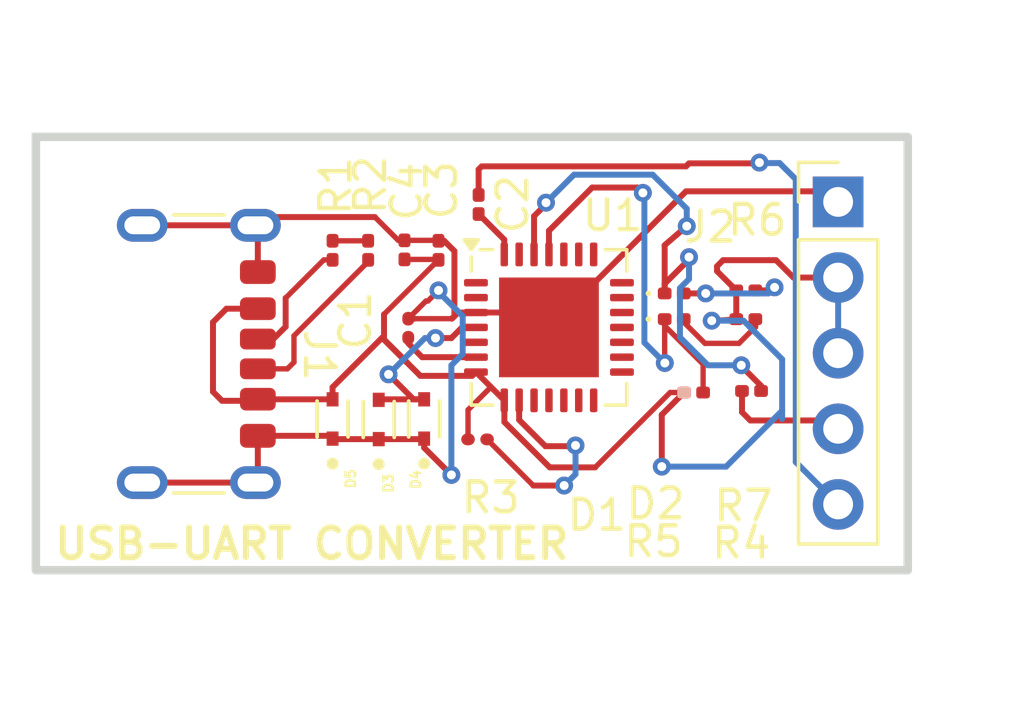
<source format=kicad_pcb>
(kicad_pcb (version 20240108) (generator "pcbnew") (generator_version "8.0")
  (layers (0 "F.Cu" signal) (31 "B.Cu" signal) (34 "B.Paste" user) (35 "F.Paste" user) (36 "B.SilkS" user "B.Silkscreen") (37 "F.SilkS" user "F.Silkscreen") (38 "B.Mask" user) (39 "F.Mask" user) (44 "Edge.Cuts" user))
  (net 0 "")
  (net 1 "Net-(U1-VDD)")
  (net 2 "GND")
  (net 3 "Net-(U1-~{DTR})")
  (net 4 "Net-(J2-Pin_5)")
  (net 5 "/VBUS")
  (net 6 "Net-(D1-A)")
  (net 7 "Net-(D1-K)")
  (net 8 "Net-(D2-A)")
  (net 9 "Net-(D2-K)")
  (net 10 "/D+")
  (net 11 "Net-(J1-CC2)")
  (net 12 "Net-(J1-CC1)")
  (net 13 "Net-(R1-Pad2)")
  (net 14 "Net-(U1-~{RST})")
  (net 15 "Net-(J2-Pin_4)")
  (net 34 "/D-")
  (footprint "Capacitor_SMD:C_0201_0603Metric" (layer "F.Cu") (at 147.1422 86.421 90)
    (property "Reference" "C2" (at 0.0102 1.143 90) (layer "F.SilkS"))
    (property "Value" "100nF")
    (pad "1" smd roundrect (at -0.32 0 90) (size 0.46 0.4) (layers "F.Cu" "F.Mask") (net 3 "Net-(U1-~{DTR})"))
    (pad "2" smd roundrect (at 0.32 0 90) (size 0.46 0.4) (layers "F.Cu" "F.Mask") (net 4 "Net-(J2-Pin_5)"))
  )
  (footprint "Connector_PinHeader_2.54mm:PinHeader_1x05_P2.54mm_Vertical" (layer "F.Cu") (at 159.2072 86.3346)
    (property "Reference" "J2" (at -4.2926 0.8382 0) (layer "F.SilkS"))
    (property "Value" "Conn_01x05_Pin")
    (fp_line (start -1.33 -1.33) (end 0 -1.33) (stroke (width 0.12)) (layer "F.SilkS"))
    (fp_line (start -1.33 0) (end -1.33 -1.33) (stroke (width 0.12)) (layer "F.SilkS"))
    (fp_line (start -1.33 1.27) (end -1.33 11.49) (stroke (width 0.12)) (layer "F.SilkS"))
    (fp_line (start -1.33 1.27) (end 1.33 1.27) (stroke (width 0.12)) (layer "F.SilkS"))
    (fp_line (start -1.33 11.49) (end 1.33 11.49) (stroke (width 0.12)) (layer "F.SilkS"))
    (fp_line (start 1.33 1.27) (end 1.33 11.49) (stroke (width 0.12)) (layer "F.SilkS"))
    (pad "1" thru_hole rect (at 0 0) (size 1.7 1.7) (drill 1) (layers "*.Cu" "*.Mask") (net 2 "GND"))
    (pad "2" thru_hole oval (at 0 2.54) (size 1.7 1.7) (drill 1) (layers "*.Cu" "*.Mask") (net 5 "/VBUS"))
    (pad "3" thru_hole oval (at 0 5.08) (size 1.7 1.7) (drill 1) (layers "*.Cu" "*.Mask") (net 5 "/VBUS"))
    (pad "4" thru_hole oval (at 0 7.62) (size 1.7 1.7) (drill 1) (layers "*.Cu" "*.Mask") (net 15 "Net-(J2-Pin_4)"))
    (pad "5" thru_hole oval (at 0 10.16) (size 1.7 1.7) (drill 1) (layers "*.Cu" "*.Mask") (net 4 "Net-(J2-Pin_5)"))
  )
  (footprint "Resistor_SMD:R_0201_0603Metric" (layer "F.Cu") (at 142.24 87.9602 90)
    (property "Reference" "R1" (at 2.159 0.1016 90) (layer "F.SilkS"))
    (property "Value" "5.1k")
    (pad "1" smd roundrect (at -0.32 0 90) (size 0.46 0.4) (layers "F.Cu" "F.Mask") (net 12 "Net-(J1-CC1)"))
    (pad "2" smd roundrect (at 0.32 0 90) (size 0.46 0.4) (layers "F.Cu" "F.Mask") (net 13 "Net-(R1-Pad2)"))
  )
  (footprint "Resistor_SMD:R_0201_0603Metric" (layer "F.Cu") (at 147.1062 94.3102)
    (property "Reference" "R3" (at 0.4424 1.9558 0) (layer "F.SilkS"))
    (property "Value" "10k")
    (pad "1" smd roundrect (at -0.32 0) (size 0.46 0.4) (layers "F.Cu" "F.Mask") (roundrect_rratio 0.5) (net 5 "/VBUS"))
    (pad "2" smd roundrect (at 0.32 0) (size 0.46 0.4) (layers "F.Cu" "F.Mask") (roundrect_rratio 0.5) (net 14 "Net-(U1-~{RST})"))
  )
  (footprint "Resistor_SMD:R_0201_0603Metric" (layer "F.Cu") (at 154.3558 92.7354)
    (property "Reference" "R5" (at -1.3462 5.0038 0) (layer "F.SilkS"))
    (property "Value" "1K")
    (pad "1" smd roundrect (at -0.32 0) (size 0.46 0.4) (layers "F.Cu" "B.SilkS") (net 5 "/VBUS"))
    (pad "2" smd roundrect (at 0.32 0) (size 0.46 0.4) (layers "F.Cu" "B.Mask") (net 9 "Net-(D2-K)"))
  )
  (footprint "LESD5D5.0CT1G:TVS_LESD5D5.0CT1G" (layer "F.Cu") (at 142.24 93.6244 90)
    (property "Reference" "D5" (at -2.0066 0.6096 90) (layer "F.SilkS") (effects (font (size 0.32 0.32) (thickness 0.08))))
    (property "Value" "LESD5D5.0CT1G")
    (fp_line (start -0.6 -0.52) (end 0.6 -0.52) (stroke (width 0.127)) (layer "F.SilkS"))
    (fp_line (start 0.6 0.52) (end -0.6 0.52) (stroke (width 0.127)) (layer "F.SilkS"))
    (fp_circle (center -1.5 0) (end -1.4 0) (stroke (width 0.2)) (fill none) (layer "F.SilkS"))
    (pad "1" smd rect (at -0.66 0 90) (size 0.48 0.4) (layers "F.Cu" "F.Paste" "F.Mask") (net 2 "GND"))
    (pad "2" smd rect (at 0.66 0 90) (size 0.48 0.4) (layers "F.Cu" "F.Paste" "F.Mask") (net 5 "/VBUS"))
  )
  (footprint "Capacitor_SMD:C_0201_0603Metric" (layer "F.Cu") (at 144.78 90.5764 -90)
    (property "Reference" "C1" (at -0.254 1.778 90) (layer "F.SilkS"))
    (property "Value" "100nF")
    (pad "1" smd roundrect (at -0.32 0 270) (size 0.46 0.4) (layers "F.Cu" "F.Mask") (roundrect_rratio 0.45) (net 2 "GND"))
    (pad "2" smd roundrect (at 0.32 0 270) (size 0.46 0.4) (layers "F.Cu" "F.Mask") (roundrect_rratio 0.45) (net 1 "Net-(U1-VDD)"))
  )
  (footprint "Capacitor_SMD:C_0201_0603Metric" (layer "F.Cu") (at 144.653 87.9454 90)
    (property "Reference" "C4" (at 1.9558 0.0762 90) (layer "F.SilkS"))
    (property "Value" "100nF")
    (pad "1" smd roundrect (at -0.32 0 90) (size 0.46 0.4) (layers "F.Cu" "F.Mask") (net 5 "/VBUS"))
    (pad "2" smd roundrect (at 0.32 0 90) (size 0.46 0.4) (layers "F.Cu" "F.Mask") (net 2 "GND"))
  )
  (footprint "Capacitor_SMD:C_0201_0603Metric" (layer "F.Cu") (at 145.796 87.9602 90)
    (property "Reference" "C3" (at 2.0168 0.1016 90) (layer "F.SilkS"))
    (property "Value" "100nF")
    (pad "1" smd roundrect (at -0.32 0 90) (size 0.46 0.4) (layers "F.Cu" "F.Mask") (net 5 "/VBUS"))
    (pad "2" smd roundrect (at 0.32 0 90) (size 0.46 0.4) (layers "F.Cu" "F.Mask") (net 2 "GND"))
  )
  (footprint "Resistor_SMD:R_0201_0603Metric" (layer "F.Cu") (at 143.4338 87.9602 90)
    (property "Reference" "R2" (at 2.1946 0.0762 90) (layer "F.SilkS"))
    (property "Value" "5.1k")
    (pad "1" smd roundrect (at -0.32 0 90) (size 0.46 0.4) (layers "F.Cu" "F.Mask") (net 11 "Net-(J1-CC2)"))
    (pad "2" smd roundrect (at 0.32 0 90) (size 0.46 0.4) (layers "F.Cu" "F.Mask") (net 13 "Net-(R1-Pad2)"))
  )
  (footprint "Connector_USB:USB_C_Receptacle_GCT_USB4125-xx-x-0190_6P_TopMnt_Horizontal" (layer "F.Cu") (at 136.652 91.44 -90)
    (property "Reference" "J1" (at 0.0508 -5.1562 -90) (layer "F.SilkS"))
    (property "Value" "USB_C_Receptacle_USB2.0_16P")
    (fp_line (start -4.67 -0.25) (end -4.67 -1.95) (stroke (width 0.12)) (layer "F.SilkS"))
    (fp_line (start 4.67 -0.25) (end 4.67 -1.95) (stroke (width 0.12)) (layer "F.SilkS"))
    (pad "A5" smd roundrect (at -0.5 -3.08 270) (size 0.7 1.2) (layers "F.Cu" "F.Paste" "F.Mask") (net 12 "Net-(J1-CC1)"))
    (pad "A9" smd roundrect (at 1.52 -3.08 90) (size 0.76 1.2) (layers "F.Cu" "F.Paste" "F.Mask") (net 5 "/VBUS"))
    (pad "A12" smd roundrect (at 2.75 -3.08 90) (size 0.8 1.2) (layers "F.Cu" "F.Paste" "F.Mask") (net 2 "GND"))
    (pad "B5" smd roundrect (at 0.5 -3.08 90) (size 0.7 1.2) (layers "F.Cu" "F.Paste" "F.Mask") (net 11 "Net-(J1-CC2)"))
    (pad "B9" smd roundrect (at -1.52 -3.08 270) (size 0.76 1.2) (layers "F.Cu" "F.Paste" "F.Mask") (net 5 "/VBUS"))
    (pad "B12" smd roundrect (at -2.75 -3.08 270) (size 0.8 1.2) (layers "F.Cu" "F.Paste" "F.Mask") (net 2 "GND"))
    (pad "S1" thru_hole oval (at -4.32 -3 270) (size 1.1 1.7) (drill oval 0.6 1.2) (layers "*.Cu" "*.Mask" "F.Paste") (net 2 "GND"))
    (pad "S1" thru_hole oval (at -4.32 0.8 270) (size 1.1 1.7) (drill oval 0.6 1.2) (layers "*.Cu" "*.Mask" "F.Paste") (net 2 "GND"))
    (pad "S1" thru_hole oval (at 4.32 -3 270) (size 1.1 1.7) (drill oval 0.6 1.2) (layers "*.Cu" "*.Mask" "F.Paste") (net 2 "GND"))
    (pad "S1" thru_hole oval (at 4.32 0.8 270) (size 1.1 1.7) (drill oval 0.6 1.2) (layers "*.Cu" "*.Mask" "F.Paste") (net 2 "GND"))
  )
  (footprint "Resistor_SMD:R_0201_0603Metric" (layer "F.Cu") (at 156.1084 90.2716)
    (property "Reference" "R7" (at -0.0762 6.2738 0) (layer "F.SilkS"))
    (property "Value" "1K")
    (pad "1" smd roundrect (at -0.32 0) (size 0.46 0.4) (layers "F.Cu" "F.Mask") (net 5 "/VBUS"))
    (pad "2" smd roundrect (at 0.32 0) (size 0.46 0.4) (layers "F.Cu" "F.Mask") (net 8 "Net-(D2-A)"))
  )
  (footprint "Resistor_SMD:R_0201_0603Metric" (layer "F.Cu") (at 156.1084 89.3064)
    (property "Reference" "R6" (at 0.381 -2.3622 0) (layer "F.SilkS"))
    (property "Value" "1K")
    (pad "1" smd roundrect (at -0.32 0) (size 0.46 0.4) (layers "F.Cu" "F.Mask") (net 5 "/VBUS"))
    (pad "2" smd roundrect (at 0.32 0) (size 0.46 0.4) (layers "F.Cu" "F.Mask") (net 6 "Net-(D1-A)"))
  )
  (footprint "LED_SMD:LED_0201_0603Metric" (layer "F.Cu") (at 153.7056 89.408)
    (property "Reference" "D1" (at -2.601 7.4422 0) (layer "F.SilkS"))
    (property "Value" "LED")
    (fp_circle (center -0.86 0) (end -0.81 0) (stroke (width 0.1)) (fill none) (layer "F.SilkS"))
    (pad "1" smd roundrect (at -0.32 0) (size 0.46 0.4) (layers "F.Cu" "F.Mask") (net 7 "Net-(D1-K)"))
    (pad "2" smd roundrect (at 0.32 0) (size 0.46 0.4) (layers "F.Cu" "F.Mask") (net 6 "Net-(D1-A)"))
  )
  (footprint "Resistor_SMD:R_0201_0603Metric" (layer "F.Cu") (at 156.301 92.6846)
    (property "Reference" "R4" (at -0.345 5.1054 0) (layer "F.SilkS"))
    (property "Value" "1K")
    (pad "1" smd roundrect (at -0.32 0) (size 0.46 0.4) (layers "F.Cu" "F.Mask") (net 15 "Net-(J2-Pin_4)"))
    (pad "2" smd roundrect (at 0.32 0) (size 0.46 0.4) (layers "F.Cu" "F.Mask") (net 7 "Net-(D1-K)"))
  )
  (footprint "LED_SMD:LED_0201_0603Metric" (layer "F.Cu") (at 153.7056 90.2716)
    (property "Reference" "D2" (at -0.6198 6.1976 0) (layer "F.SilkS"))
    (property "Value" "LED")
    (fp_circle (center -0.86 0) (end -0.81 0) (stroke (width 0.1)) (fill none) (layer "F.SilkS"))
    (pad "1" smd roundrect (at -0.32 0) (size 0.46 0.4) (layers "F.Cu" "F.Mask") (net 9 "Net-(D2-K)"))
    (pad "2" smd roundrect (at 0.32 0) (size 0.46 0.4) (layers "F.Cu" "F.Mask") (net 8 "Net-(D2-A)"))
  )
  (footprint "LESD5D5.0CT1G:TVS_LESD5D5.0CT1G" (layer "F.Cu") (at 145.3134 93.6244 90)
    (property "Reference" "D4" (at -2.032 -0.2794 90) (layer "F.SilkS") (effects (font (size 0.32 0.32) (thickness 0.08))))
    (property "Value" "LESD5D5.0CT1G")
    (fp_line (start -0.6 -0.52) (end 0.6 -0.52) (stroke (width 0.127)) (layer "F.SilkS"))
    (fp_line (start 0.6 0.52) (end -0.6 0.52) (stroke (width 0.127)) (layer "F.SilkS"))
    (fp_circle (center -1.5 0) (end -1.4 0) (stroke (width 0.2)) (fill none) (layer "F.SilkS"))
    (pad "1" smd rect (at -0.66 0 90) (size 0.48 0.4) (layers "F.Cu" "F.Paste" "F.Mask") (net 2 "GND"))
    (pad "2" smd rect (at 0.66 0 90) (size 0.48 0.4) (layers "F.Cu" "F.Paste" "F.Mask") (net 10 "/D+"))
  )
  (footprint "LESD5D5.0CT1G:TVS_LESD5D5.0CT1G" (layer "F.Cu") (at 143.7894 93.6413 90)
    (property "Reference" "D3" (at -2.1421 0.3302 90) (layer "F.SilkS") (effects (font (size 0.32 0.32) (thickness 0.08))))
    (property "Value" "LESD5D5.0CT1G")
    (fp_line (start -0.6 -0.52) (end 0.6 -0.52) (stroke (width 0.127)) (layer "F.SilkS"))
    (fp_line (start 0.6 0.52) (end -0.6 0.52) (stroke (width 0.127)) (layer "F.SilkS"))
    (fp_circle (center -1.5 0) (end -1.4 0) (stroke (width 0.2)) (fill none) (layer "F.SilkS"))
    (pad "1" smd rect (at -0.66 0 90) (size 0.48 0.4) (layers "F.Cu" "F.Paste" "F.Mask") (net 2 "GND"))
    (pad "2" smd rect (at 0.66 0 90) (size 0.48 0.4) (layers "F.Cu" "F.Paste" "F.Mask") (net 10 "/D+"))
  )
  (footprint "Package_DFN_QFN:QFN-28-1EP_5x5mm_P0.5mm_EP3.35x3.35mm" (layer "F.Cu") (at 149.502 90.5486)
    (property "Reference" "U1" (at 2.136 -3.7568 0) (layer "F.SilkS"))
    (property "Value" "CP2102N-Axx-xQFN28")
    (fp_line (start -2.61 -1.885) (end -2.61 -2.37) (stroke (width 0.12)) (layer "F.SilkS"))
    (fp_line (start -2.61 2.61) (end -2.61 1.885) (stroke (width 0.12)) (layer "F.SilkS"))
    (fp_line (start -1.885 -2.61) (end -2.31 -2.61) (stroke (width 0.12)) (layer "F.SilkS"))
    (fp_line (start -1.885 2.61) (end -2.61 2.61) (stroke (width 0.12)) (layer "F.SilkS"))
    (fp_line (start 1.885 -2.61) (end 2.61 -2.61) (stroke (width 0.12)) (layer "F.SilkS"))
    (fp_line (start 1.885 2.61) (end 2.61 2.61) (stroke (width 0.12)) (layer "F.SilkS"))
    (fp_line (start 2.61 -2.61) (end 2.61 -1.885) (stroke (width 0.12)) (layer "F.SilkS"))
    (fp_line (start 2.61 2.61) (end 2.61 1.885) (stroke (width 0.12)) (layer "F.SilkS"))
    (fp_poly (pts (xy -2.61 -2.61) (xy -2.85 -2.94) (xy -2.37 -2.94) (xy -2.61 -2.61)) (stroke (width 0.12)) (fill solid) (layer "F.SilkS"))
    (pad "1" smd roundrect (at -2.45 -1.5) (size 0.8 0.25) (layers "F.Cu" "F.Paste" "F.Mask"))
    (pad "2" smd roundrect (at -2.45 -1) (size 0.8 0.25) (layers "F.Cu" "F.Paste" "F.Mask"))
    (pad "3" smd roundrect (at -2.45 -0.5) (size 0.8 0.25) (layers "F.Cu" "F.Paste" "F.Mask") (net 2 "GND"))
    (pad "4" smd roundrect (at -2.45 0) (size 0.8 0.25) (layers "F.Cu" "F.Paste" "F.Mask") (net 10 "/D+"))
    (pad "5" smd roundrect (at -2.45 0.5) (size 0.8 0.25) (layers "F.Cu" "F.Paste" "F.Mask") (net 34 "/D-"))
    (pad "6" smd roundrect (at -2.45 1) (size 0.8 0.25) (layers "F.Cu" "F.Paste" "F.Mask") (net 1 "Net-(U1-VDD)"))
    (pad "7" smd roundrect (at -2.45 1.5) (size 0.8 0.25) (layers "F.Cu" "F.Paste" "F.Mask") (net 5 "/VBUS"))
    (pad "8" smd roundrect (at -1.5 2.45) (size 0.25 0.8) (layers "F.Cu" "F.Paste" "F.Mask") (net 5 "/VBUS"))
    (pad "9" smd roundrect (at -1 2.45) (size 0.25 0.8) (layers "F.Cu" "F.Paste" "F.Mask") (net 14 "Net-(U1-~{RST})"))
    (pad "10" smd roundrect (at -0.5 2.45) (size 0.25 0.8) (layers "F.Cu" "F.Paste" "F.Mask"))
    (pad "11" smd roundrect (at 0 2.45) (size 0.25 0.8) (layers "F.Cu" "F.Paste" "F.Mask"))
    (pad "12" smd roundrect (at 0.5 2.45) (size 0.25 0.8) (layers "F.Cu" "F.Paste" "F.Mask"))
    (pad "13" smd roundrect (at 1 2.45) (size 0.25 0.8) (layers "F.Cu" "F.Paste" "F.Mask"))
    (pad "14" smd roundrect (at 1.5 2.45) (size 0.25 0.8) (layers "F.Cu" "F.Paste" "F.Mask"))
    (pad "15" smd roundrect (at 2.45 1.5) (size 0.8 0.25) (layers "F.Cu" "F.Paste" "F.Mask"))
    (pad "16" smd roundrect (at 2.45 1) (size 0.8 0.25) (layers "F.Cu" "F.Paste" "F.Mask"))
    (pad "17" smd roundrect (at 2.45 0.5) (size 0.8 0.25) (layers "F.Cu" "F.Paste" "F.Mask"))
    (pad "18" smd roundrect (at 2.45 0) (size 0.8 0.25) (layers "F.Cu" "F.Paste" "F.Mask"))
    (pad "19" smd roundrect (at 2.45 -0.5) (size 0.8 0.25) (layers "F.Cu" "F.Paste" "F.Mask"))
    (pad "20" smd roundrect (at 2.45 -1) (size 0.8 0.25) (layers "F.Cu" "F.Paste" "F.Mask"))
    (pad "21" smd roundrect (at 2.45 -1.5) (size 0.8 0.25) (layers "F.Cu" "F.Paste" "F.Mask"))
    (pad "22" smd roundrect (at 1.5 -2.45) (size 0.25 0.8) (layers "F.Cu" "F.Paste" "F.Mask"))
    (pad "23" smd roundrect (at 1 -2.45) (size 0.25 0.8) (layers "F.Cu" "F.Paste" "F.Mask"))
    (pad "24" smd roundrect (at 0.5 -2.45) (size 0.25 0.8) (layers "F.Cu" "F.Paste" "F.Mask"))
    (pad "25" smd roundrect (at 0 -2.45) (size 0.25 0.8) (layers "F.Cu" "F.Paste" "F.Mask") (net 9 "Net-(D2-K)"))
    (pad "26" smd roundrect (at -0.5 -2.45) (size 0.25 0.8) (layers "F.Cu" "F.Paste" "F.Mask") (net 7 "Net-(D1-K)"))
    (pad "27" smd roundrect (at -1 -2.45) (size 0.25 0.8) (layers "F.Cu" "F.Paste" "F.Mask"))
    (pad "28" smd roundrect (at -1.5 -2.45) (size 0.25 0.8) (layers "F.Cu" "F.Paste" "F.Mask") (net 3 "Net-(U1-~{DTR})"))
    (pad "29" smd rect (at 0 0) (size 3.35 3.35) (property pad_prop_heatsink) (layers "F.Cu" "F.Mask") (net 2 "GND"))
  )
  (gr_rect (start 132.2832 84.1502) (end 161.544 98.7044) (stroke (width 0.2842)) (fill none) (layer "Edge.Cuts"))
  (gr_text "USB-UART CONVERTER" (at 132.8166 98.3996 0) (layer "F.SilkS") (effects (font (size 1 1) (thickness 0.2) (bold yes)) (justify left bottom)))
  (segment (start 147.052 91.5486) (end 145.2442 91.5486) (width 0.2) (layer "F.Cu") (net 1))
  (segment (start 145.2442 91.5486) (end 144.78 91.0844) (width 0.2) (layer "F.Cu") (net 1))
  (segment (start 144.78 91.0844) (end 144.78 90.8964) (width 0.18) (layer "F.Cu") (net 1))
  (segment (start 142.1456 94.19) (end 142.24 94.2844) (width 0.2) (layer "F.Cu") (net 2))
  (segment (start 142.2569 94.3013) (end 142.24 94.2844) (width 0.2) (layer "F.Cu") (net 2))
  (segment (start 149.502 90.5486) (end 149.5322 90.5486) (width 0.2) (layer "F.Cu") (net 2))
  (segment (start 143.6624 86.8426) (end 139.9294 86.8426) (width 0.2) (layer "F.Cu") (net 2))
  (segment (start 146.2278 95.504) (end 146.2024 95.4786) (width 0.2) (layer "F.Cu") (net 2))
  (segment (start 144.4452 87.6254) (end 143.6624 86.8426) (width 0.18) (layer "F.Cu") (net 2))
  (segment (start 139.732 87.2) (end 139.652 87.12) (width 0.2) (layer "F.Cu") (net 2))
  (segment (start 146.243 90.2564) (end 144.78 90.2564) (width 0.18) (layer "F.Cu") (net 2))
  (segment (start 145.3134 94.2844) (end 145.3134 94.5896) (width 0.2) (layer "F.Cu") (net 2))
  (segment (start 149.502 90.5486) (end 148.7146 90.5486) (width 0.2) (layer "F.Cu") (net 2))
  (segment (start 139.732 94.19) (end 142.1456 94.19) (width 0.2) (layer "F.Cu") (net 2))
  (segment (start 139.732 95.68) (end 139.652 95.76) (width 0.2) (layer "F.Cu") (net 2))
  (segment (start 143.7894 94.3013) (end 145.2965 94.3013) (width 0.2) (layer "F.Cu") (net 2))
  (segment (start 144.653 87.6254) (end 144.4452 87.6254) (width 0.18) (layer "F.Cu") (net 2))
  (segment (start 143.7894 94.3013) (end 142.2569 94.3013) (width 0.2) (layer "F.Cu") (net 2))
  (segment (start 145.7812 87.6254) (end 145.796 87.6402) (width 0.2) (layer "F.Cu") (net 2))
  (segment (start 154.1018 85.979) (end 158.8516 85.979) (width 0.2) (layer "F.Cu") (net 2))
  (segment (start 145.2965 94.3013) (end 145.3134 94.2844) (width 0.2) (layer "F.Cu") (net 2))
  (segment (start 135.852 87.12) (end 139.652 87.12) (width 0.2) (layer "F.Cu") (net 2))
  (segment (start 146.2786 90.2208) (end 146.4508 90.0486) (width 0.2) (layer "F.Cu") (net 2))
  (segment (start 144.78 90.2564) (end 144.9832 90.2564) (width 0.2) (layer "F.Cu") (net 2))
  (segment (start 145.796 87.6402) (end 145.984 87.6402) (width 0.2) (layer "F.Cu") (net 2))
  (segment (start 144.78 90.2564) (end 145.3744 89.662) (width 0.18) (layer "F.Cu") (net 2))
  (segment (start 145.4404 89.662) (end 145.3744 89.662) (width 0.18) (layer "F.Cu") (net 2))
  (segment (start 139.732 88.69) (end 139.732 87.2) (width 0.2) (layer "F.Cu") (net 2))
  (segment (start 146.3294 90.17) (end 146.2786 90.2208) (width 0.2) (layer "F.Cu") (net 2))
  (segment (start 149.5322 90.5486) (end 154.1018 85.979) (width 0.2) (layer "F.Cu") (net 2))
  (segment (start 139.732 94.19) (end 139.732 95.68) (width 0.2) (layer "F.Cu") (net 2))
  (segment (start 146.4508 90.0486) (end 147.052 90.0486) (width 0.2) (layer "F.Cu") (net 2))
  (segment (start 135.852 95.76) (end 139.652 95.76) (width 0.2) (layer "F.Cu") (net 2))
  (segment (start 148.2146 90.0486) (end 147.052 90.0486) (width 0.2) (layer "F.Cu") (net 2))
  (segment (start 139.9294 86.8426) (end 139.652 87.12) (width 0.2) (layer "F.Cu") (net 2))
  (segment (start 145.796 89.3064) (end 145.4404 89.662) (width 0.18) (layer "F.Cu") (net 2))
  (segment (start 148.7146 90.5486) (end 148.2146 90.0486) (width 0.2) (layer "F.Cu") (net 2))
  (segment (start 146.2786 90.2208) (end 146.243 90.2564) (width 0.2) (layer "F.Cu") (net 2))
  (segment (start 158.8516 85.979) (end 159.2072 86.3346) (width 0.2) (layer "F.Cu") (net 2))
  (segment (start 145.3134 94.5896) (end 146.2278 95.504) (width 0.2) (layer "F.Cu") (net 2))
  (segment (start 146.3294 87.9856) (end 146.3294 90.17) (width 0.2) (layer "F.Cu") (net 2))
  (segment (start 145.984 87.6402) (end 146.3294 87.9856) (width 0.2) (layer "F.Cu") (net 2))
  (segment (start 144.653 87.6254) (end 145.7812 87.6254) (width 0.18) (layer "F.Cu") (net 2))
  (via (at 145.796 89.3064) (size 0.6) (drill 0.3) (layers "F.Cu" "B.Cu") (net 2))
  (via (at 146.2278 95.504) (size 0.6) (drill 0.3) (layers "F.Cu" "B.Cu") (net 2))
  (segment (start 146.6088 90.17) (end 146.6088 91.44) (width 0.2) (layer "B.Cu") (net 2))
  (segment (start 145.796 89.3064) (end 145.796 89.3572) (width 0.2) (layer "B.Cu") (net 2))
  (segment (start 146.2278 91.821) (end 146.2278 95.504) (width 0.2) (layer "B.Cu") (net 2))
  (segment (start 146.6088 91.44) (end 146.2278 91.821) (width 0.2) (layer "B.Cu") (net 2))
  (segment (start 145.796 89.3572) (end 146.6088 90.17) (width 0.2) (layer "B.Cu") (net 2))
  (segment (start 147.1422 86.741) (end 148.002 87.6008) (width 0.2) (layer "F.Cu") (net 3))
  (segment (start 148.002 87.6008) (end 148.002 88.0986) (width 0.2) (layer "F.Cu") (net 3))
  (segment (start 156.4386 85.0392) (end 156.5656 85.0138) (width 0.2) (layer "F.Cu") (net 4))
  (segment (start 147.2438 85.1408) (end 154.1018 85.1408) (width 0.2) (layer "F.Cu") (net 4))
  (segment (start 154.1018 85.1408) (end 154.2034 85.0392) (width 0.2) (layer "F.Cu") (net 4))
  (segment (start 156.5656 85.0138) (end 156.4894 85.0392) (width 0.2) (layer "F.Cu") (net 4))
  (segment (start 154.2034 85.0392) (end 156.4386 85.0392) (width 0.2) (layer "F.Cu") (net 4))
  (segment (start 147.1422 86.101) (end 147.1422 85.2424) (width 0.2) (layer "F.Cu") (net 4))
  (segment (start 147.1422 85.2424) (end 147.2438 85.1408) (width 0.2) (layer "F.Cu") (net 4))
  (segment (start 156.4894 85.0392) (end 156.464 85.0392) (width 0.2) (layer "F.Cu") (net 4))
  (via (at 156.5656 85.0138) (size 0.6) (drill 0.3) (layers "F.Cu" "B.Cu") (net 4))
  (segment (start 157.2418 85.0296) (end 156.5656 85.0296) (width 0.2) (layer "B.Cu") (net 4))
  (segment (start 159.2072 96.4946) (end 157.7848 95.0722) (width 0.2) (layer "B.Cu") (net 4))
  (segment (start 157.7848 95.0722) (end 157.7848 85.5726) (width 0.2) (layer "B.Cu") (net 4))
  (segment (start 157.7848 85.5726) (end 157.2418 85.0296) (width 0.2) (layer "B.Cu") (net 4))
  (segment (start 143.9037 90.8939) (end 144.7165 91.7067) (width 0.2) (layer "F.Cu") (net 5))
  (segment (start 145.796 88.2802) (end 143.9672 90.109) (width 0.18) (layer "F.Cu") (net 5))
  (segment (start 154.0358 92.7354) (end 153.5684 92.7354) (width 0.18) (layer "F.Cu") (net 5))
  (segment (start 147.5548 92.5514) (end 148.002 92.9986) (width 0.2) (layer "F.Cu") (net 5))
  (segment (start 138.2268 90.3732) (end 138.2268 92.71) (width 0.2) (layer "F.Cu") (net 5))
  (segment (start 139.732 89.92) (end 138.68 89.92) (width 0.2) (layer "F.Cu") (net 5))
  (segment (start 148.0058 93.726) (end 148.0058 93.0024) (width 0.2) (layer "F.Cu") (net 5))
  (segment (start 153.5684 92.7354) (end 151.0538 95.25) (width 0.18) (layer "F.Cu") (net 5))
  (segment (start 142.24 92.9644) (end 142.24 92.5576) (width 0.2) (layer "F.Cu") (net 5))
  (segment (start 146.924 92.1766) (end 147.052 92.0486) (width 0.2) (layer "F.Cu") (net 5))
  (segment (start 153.289 93.4822) (end 153.289 95.2246) (width 0.2) (layer "F.Cu") (net 5))
  (segment (start 155.1432 88.6612) (end 155.7884 89.3064) (width 0.2) (layer "F.Cu") (net 5))
  (segment (start 146.7862 93.32) (end 147.5548 92.5514) (width 0.18) (layer "F.Cu") (net 5))
  (segment (start 144.653 88.2654) (end 145.7812 88.2654) (width 0.18) (layer "F.Cu") (net 5))
  (segment (start 157.1244 88.2904) (end 155.3464 88.2904) (width 0.2) (layer "F.Cu") (net 5))
  (segment (start 138.68 89.92) (end 138.2268 90.3732) (width 0.2) (layer "F.Cu") (net 5))
  (segment (start 154.0358 92.7354) (end 153.289 93.4822) (width 0.2) (layer "F.Cu") (net 5))
  (segment (start 151.0538 95.25) (end 149.5298 95.25) (width 0.2) (layer "F.Cu") (net 5))
  (segment (start 149.5298 95.25) (end 148.0058 93.726) (width 0.2) (layer "F.Cu") (net 5))
  (segment (start 153.289 95.2246) (end 153.289 95.25) (width 0.2) (layer "F.Cu") (net 5))
  (segment (start 139.7364 92.9644) (end 139.732 92.96) (width 0.2) (layer "F.Cu") (net 5))
  (segment (start 154.9654 90.3224) (end 155.0162 90.2716) (width 0.2) (layer "F.Cu") (net 5))
  (segment (start 145.7812 88.2654) (end 145.796 88.2802) (width 0.2) (layer "F.Cu") (net 5))
  (segment (start 155.3464 88.2904) (end 155.1432 88.4936) (width 0.2) (layer "F.Cu") (net 5))
  (segment (start 159.2072 88.8746) (end 157.7086 88.8746) (width 0.2) (layer "F.Cu") (net 5))
  (segment (start 145.1864 92.1766) (end 146.924 92.1766) (width 0.2) (layer "F.Cu") (net 5))
  (segment (start 143.9672 90.109) (end 143.9672 90.9574) (width 0.2) (layer "F.Cu") (net 5))
  (segment (start 155.7884 90.2716) (end 154.9654 90.3224) (width 0.18) (layer "F.Cu") (net 5))
  (segment (start 139.6772 93.0148) (end 139.732 92.96) (width 0.2) (layer "F.Cu") (net 5))
  (segment (start 155.7884 89.3064) (end 155.7884 90.2716) (width 0.2) (layer "F.Cu") (net 5))
  (segment (start 138.2268 92.71) (end 138.5316 93.0148) (width 0.2) (layer "F.Cu") (net 5))
  (segment (start 142.24 92.5576) (end 143.9037 90.8939) (width 0.2) (layer "F.Cu") (net 5))
  (segment (start 143.9672 90.9574) (end 144.7165 91.7067) (width 0.2) (layer "F.Cu") (net 5))
  (segment (start 144.7165 91.7067) (end 145.1864 92.1766) (width 0.2) (layer "F.Cu") (net 5))
  (segment (start 148.0058 93.0024) (end 148.002 92.9986) (width 0.2) (layer "F.Cu") (net 5))
  (segment (start 142.24 92.9644) (end 139.7364 92.9644) (width 0.2) (layer "F.Cu") (net 5))
  (segment (start 147.052 92.0486) (end 147.5548 92.5514) (width 0.2) (layer "F.Cu") (net 5))
  (segment (start 157.7086 88.8746) (end 157.1244 88.2904) (width 0.2) (layer "F.Cu") (net 5))
  (segment (start 146.7862 94.3102) (end 146.7862 93.32) (width 0.18) (layer "F.Cu") (net 5))
  (segment (start 155.1432 88.4936) (end 155.1432 88.6612) (width 0.2) (layer "F.Cu") (net 5))
  (segment (start 138.5316 93.0148) (end 139.6772 93.0148) (width 0.2) (layer "F.Cu") (net 5))
  (via (at 154.9654 90.3224) (size 0.6) (drill 0.3) (layers "F.Cu" "B.Cu") (net 5))
  (via (at 153.289 95.2246) (size 0.6) (drill 0.3) (layers "F.Cu" "B.Cu") (net 5))
  (segment (start 155.448 95.2246) (end 153.289 95.2246) (width 0.2) (layer "B.Cu") (net 5))
  (segment (start 156.0322 90.3224) (end 156.2354 90.5256) (width 0.2) (layer "B.Cu") (net 5))
  (segment (start 156.2354 90.5256) (end 157.3276 91.6178) (width 0.2) (layer "B.Cu") (net 5))
  (segment (start 154.9654 90.3224) (end 156.0322 90.3224) (width 0.2) (layer "B.Cu") (net 5))
  (segment (start 157.3276 93.345) (end 155.448 95.2246) (width 0.2) (layer "B.Cu") (net 5))
  (segment (start 157.3276 91.6178) (end 157.3276 93.345) (width 0.2) (layer "B.Cu") (net 5))
  (segment (start 159.2072 88.8746) (end 159.2072 91.4146) (width 0.2) (layer "B.Cu") (net 5))
  (segment (start 157.3276 93.345) (end 157.3276 93.6244) (width 0.2) (layer "B.Cu") (net 5))
  (segment (start 156.4284 89.3064) (end 156.972 89.3064) (width 0.2) (layer "F.Cu") (net 6))
  (segment (start 156.972 89.3064) (end 157.0736 89.2048) (width 0.2) (layer "F.Cu") (net 6))
  (segment (start 154.0256 89.408) (end 154.7622 89.408) (width 0.2) (layer "F.Cu") (net 6))
  (via (at 154.7622 89.408) (size 0.6) (drill 0.3) (layers "F.Cu" "B.Cu") (net 6))
  (via (at 157.0736 89.2048) (size 0.6) (drill 0.3) (layers "F.Cu" "B.Cu") (net 6))
  (segment (start 154.7622 89.408) (end 156.8704 89.408) (width 0.2) (layer "B.Cu") (net 6))
  (segment (start 156.8704 89.408) (end 157.0736 89.2048) (width 0.2) (layer "B.Cu") (net 6))
  (segment (start 149.4028 86.36) (end 149.4536 86.36) (width 0.2) (layer "F.Cu") (net 7))
  (segment (start 149.4028 86.4108) (end 149.4028 86.36) (width 0.2) (layer "F.Cu") (net 7))
  (segment (start 154.2796 88.1888) (end 154.2796 88.1888) (width 0.2) (layer "F.Cu") (net 7))
  (segment (start 155.956 91.821) (end 155.9306 91.821) (width 0.2) (layer "F.Cu") (net 7))
  (segment (start 154.2034 88.265) (end 154.2034 88.1888) (width 0.2) (layer "F.Cu") (net 7))
  (segment (start 154.2034 88.1888) (end 154.2796 88.1888) (width 0.2) (layer "F.Cu") (net 7))
  (segment (start 156.621 92.5114) (end 155.956 91.8464) (width 0.2) (layer "F.Cu") (net 7))
  (segment (start 153.3856 89.408) (end 153.3856 89.0828) (width 0.2) (layer "F.Cu") (net 7))
  (segment (start 154.1272 87.1474) (end 153.9748 87.1982) (width 0.2) (layer "F.Cu") (net 7))
  (segment (start 149.002 88.0986) (end 149.002 86.8116) (width 0.2) (layer "F.Cu") (net 7))
  (segment (start 153.3856 89.0828) (end 154.2034 88.265) (width 0.2) (layer "F.Cu") (net 7))
  (segment (start 149.002 86.8116) (end 149.4028 86.4108) (width 0.2) (layer "F.Cu") (net 7))
  (segment (start 155.9306 91.821) (end 155.956 91.8464) (width 0.2) (layer "F.Cu") (net 7))
  (segment (start 153.3856 87.7874) (end 154.1272 87.1474) (width 0.2) (layer "F.Cu") (net 7))
  (segment (start 153.3856 89.408) (end 153.3856 87.7874) (width 0.2) (layer "F.Cu") (net 7))
  (segment (start 156.621 92.6846) (end 156.621 92.5114) (width 0.2) (layer "F.Cu") (net 7))
  (segment (start 155.956 91.8464) (end 155.956 91.821) (width 0.2) (layer "F.Cu") (net 7))
  (segment (start 149.4536 86.36) (end 149.4028 86.4108) (width 0.2) (layer "F.Cu") (net 7))
  (via (at 154.1272 87.1474) (size 0.6) (drill 0.3) (layers "F.Cu" "B.Cu") (net 7))
  (via (at 155.956 91.821) (size 0.6) (drill 0.3) (layers "F.Cu" "B.Cu") (net 7))
  (via (at 149.4028 86.36) (size 0.6) (drill 0.3) (layers "F.Cu" "B.Cu") (net 7))
  (via (at 154.2034 88.1888) (size 0.6) (drill 0.3) (layers "F.Cu" "B.Cu") (net 7))
  (segment (start 154.2034 88.9254) (end 153.8986 89.2302) (width 0.2) (layer "B.Cu") (net 7))
  (segment (start 153.8986 90.8812) (end 154.8384 91.821) (width 0.2) (layer "B.Cu") (net 7))
  (segment (start 153.8986 89.2302) (end 153.8986 90.8812) (width 0.2) (layer "B.Cu") (net 7))
  (segment (start 154.1272 87.1474) (end 154.1272 86.5632) (width 0.2) (layer "B.Cu") (net 7))
  (segment (start 152.9842 85.4202) (end 150.3426 85.4202) (width 0.2) (layer "B.Cu") (net 7))
  (segment (start 154.8384 91.821) (end 155.956 91.821) (width 0.2) (layer "B.Cu") (net 7))
  (segment (start 154.1272 86.5632) (end 152.9842 85.4202) (width 0.2) (layer "B.Cu") (net 7))
  (segment (start 154.2034 88.1888) (end 154.2034 88.9254) (width 0.2) (layer "B.Cu") (net 7))
  (segment (start 150.3426 85.4202) (end 149.4028 86.36) (width 0.2) (layer "B.Cu") (net 7))
  (segment (start 156.4284 90.2716) (end 156.4284 90.5358) (width 0.2) (layer "F.Cu") (net 8))
  (segment (start 154.0256 90.3732) (end 154.0256 90.2716) (width 0.2) (layer "F.Cu") (net 8))
  (segment (start 154.7368 91.0844) (end 154.0256 90.3732) (width 0.18) (layer "F.Cu") (net 8))
  (segment (start 156.4284 90.5358) (end 155.8798 91.0844) (width 0.18) (layer "F.Cu") (net 8))
  (segment (start 155.8798 91.0844) (end 154.7368 91.0844) (width 0.18) (layer "F.Cu") (net 8))
  (segment (start 154.6758 91.7854) (end 154.3248 91.4344) (width 0.18) (layer "F.Cu") (net 9))
  (segment (start 152.6286 86.0552) (end 152.4762 86.0552) (width 0.2) (layer "F.Cu") (net 9))
  (segment (start 153.3856 90.2716) (end 153.3856 91.689) (width 0.18) (layer "F.Cu") (net 9))
  (segment (start 153.4414 91.7448) (end 153.3906 91.694) (width 0.2) (layer "F.Cu") (net 9))
  (segment (start 153.3906 90.5002) (end 153.3906 90.3016) (width 0.2) (layer "F.Cu") (net 9))
  (segment (start 152.654 86.0298) (end 152.4762 85.852) (width 0.2) (layer "F.Cu") (net 9))
  (segment (start 153.3856 91.689) (end 153.3906 91.694) (width 0.2) (layer "F.Cu") (net 9))
  (segment (start 150.9522 85.852) (end 149.502 87.3022) (width 0.2) (layer "F.Cu") (net 9))
  (segment (start 153.3906 91.694) (end 153.3906 91.7448) (width 0.2) (layer "F.Cu") (net 9))
  (segment (start 152.654 86.0298) (end 152.6286 86.0552) (width 0.2) (layer "F.Cu") (net 9))
  (segment (start 152.4762 85.852) (end 150.9522 85.852) (width 0.2) (layer "F.Cu") (net 9))
  (segment (start 154.6758 92.7354) (end 154.6758 91.7854) (width 0.18) (layer "F.Cu") (net 9))
  (segment (start 154.3248 91.4344) (end 153.3906 90.5002) (width 0.18) (layer "F.Cu") (net 9))
  (segment (start 153.3906 91.7448) (end 153.4414 91.7448) (width 0.2) (layer "F.Cu") (net 9))
  (segment (start 149.502 87.3022) (end 149.502 88.0986) (width 0.2) (layer "F.Cu") (net 9))
  (via (at 153.3906 91.7448) (size 0.6) (drill 0.3) (layers "F.Cu" "B.Cu") (net 9))
  (via (at 152.654 86.0298) (size 0.6) (drill 0.3) (layers "F.Cu" "B.Cu") (net 9))
  (segment (start 152.7048 91.059) (end 153.3906 91.7448) (width 0.2) (layer "B.Cu") (net 9))
  (segment (start 152.654 86.0298) (end 152.7048 86.0806) (width 0.2) (layer "B.Cu") (net 9))
  (segment (start 152.7048 86.0806) (end 152.7048 91.059) (width 0.2) (layer "B.Cu") (net 9))
  (segment (start 147.052 90.5486) (end 146.5858 90.5486) (width 0.2) (layer "F.Cu") (net 10))
  (segment (start 145.3134 92.9644) (end 143.8063 92.9644) (width 0.2) (layer "F.Cu") (net 10))
  (segment (start 143.8063 92.9644) (end 143.7894 92.9813) (width 0.2) (layer "F.Cu") (net 10))
  (segment (start 146.5858 90.5486) (end 146.2278 90.9066) (width 0.2) (layer "F.Cu") (net 10))
  (segment (start 145.6944 90.9066) (end 145.7452 90.9066) (width 0.2) (layer "F.Cu") (net 10))
  (segment (start 146.2278 90.9066) (end 145.6944 90.9066) (width 0.2) (layer "F.Cu") (net 10))
  (segment (start 144.1196 92.1258) (end 144.2339 92.2401) (width 0.2) (layer "F.Cu") (net 10))
  (segment (start 145.3134 92.9644) (end 144.9582 92.9644) (width 0.2) (layer "F.Cu") (net 10))
  (segment (start 144.9582 92.9644) (end 144.1196 92.1258) (width 0.2) (layer "F.Cu") (net 10))
  (via (at 145.6944 90.9066) (size 0.6) (drill 0.3) (layers "F.Cu" "B.Cu") (net 10))
  (via (at 144.1196 92.1258) (size 0.6) (drill 0.3) (layers "F.Cu" "B.Cu") (net 10))
  (segment (start 145.6944 90.9066) (end 145.3388 90.9066) (width 0.2) (layer "B.Cu") (net 10))
  (segment (start 145.3388 90.9066) (end 144.1196 92.1258) (width 0.2) (layer "B.Cu") (net 10))
  (segment (start 143.4338 88.3412) (end 140.9446 90.8304) (width 0.18) (layer "F.Cu") (net 11))
  (segment (start 140.9446 90.8304) (end 140.9446 91.7194) (width 0.18) (layer "F.Cu") (net 11))
  (segment (start 140.9446 91.7194) (end 140.724 91.94) (width 0.18) (layer "F.Cu") (net 11))
  (segment (start 143.4338 88.2802) (end 143.4338 88.3412) (width 0.2) (layer "F.Cu") (net 11))
  (segment (start 140.724 91.94) (end 139.732 91.94) (width 0.18) (layer "F.Cu") (net 11))
  (segment (start 140.6652 90.5256) (end 140.2508 90.94) (width 0.2) (layer "F.Cu") (net 12))
  (segment (start 140.2508 90.94) (end 139.732 90.94) (width 0.2) (layer "F.Cu") (net 12))
  (segment (start 141.9454 88.2802) (end 140.6652 89.5604) (width 0.18) (layer "F.Cu") (net 12))
  (segment (start 142.24 88.2802) (end 141.9454 88.2802) (width 0.18) (layer "F.Cu") (net 12))
  (segment (start 140.6652 89.5604) (end 140.6652 90.5256) (width 0.2) (layer "F.Cu") (net 12))
  (segment (start 143.4338 87.6402) (end 142.24 87.6402) (width 0.18) (layer "F.Cu") (net 13))
  (segment (start 150.2664 94.5388) (end 150.241 94.5388) (width 0.2) (layer "F.Cu") (net 14))
  (segment (start 150.3934 94.5134) (end 150.2664 94.5388) (width 0.2) (layer "F.Cu") (net 14))
  (segment (start 150.2156 94.5388) (end 150.3934 94.5134) (width 0.2) (layer "F.Cu") (net 14))
  (segment (start 148.502 93.656514) (end 149.384286 94.5388) (width 0.2) (layer "F.Cu") (net 14))
  (segment (start 147.4262 94.3102) (end 148.9756 95.8596) (width 0.18) (layer "F.Cu") (net 14))
  (segment (start 148.502 92.9986) (end 148.502 93.656514) (width 0.2) (layer "F.Cu") (net 14))
  (segment (start 150.0124 95.8596) (end 149.9616 95.8596) (width 0.2) (layer "F.Cu") (net 14))
  (segment (start 148.9756 95.8596) (end 150.0124 95.8596) (width 0.2) (layer "F.Cu") (net 14))
  (segment (start 149.384286 94.5388) (end 150.2156 94.5388) (width 0.2) (layer "F.Cu") (net 14))
  (via (at 150.3934 94.5134) (size 0.6) (drill 0.3) (layers "F.Cu" "B.Cu") (net 14))
  (via (at 150.0124 95.8596) (size 0.6) (drill 0.3) (layers "F.Cu" "B.Cu") (net 14))
  (segment (start 150.3934 95.4786) (end 150.0124 95.8596) (width 0.2) (layer "B.Cu") (net 14))
  (segment (start 150.3934 94.5134) (end 150.3934 95.4786) (width 0.2) (layer "B.Cu") (net 14))
  (segment (start 155.9814 93.3958) (end 156.258927 93.673327) (width 0.2) (layer "F.Cu") (net 15))
  (segment (start 155.9814 92.685) (end 155.9814 93.3958) (width 0.2) (layer "F.Cu") (net 15))
  (segment (start 158.925927 93.673327) (end 159.2072 93.9546) (width 0.2) (layer "F.Cu") (net 15))
  (segment (start 156.258927 93.673327) (end 158.925927 93.673327) (width 0.2) (layer "F.Cu") (net 15))
  (segment (start 155.981 92.6846) (end 155.9814 92.685) (width 0.2) (layer "F.Cu") (net 15))
)
</source>
